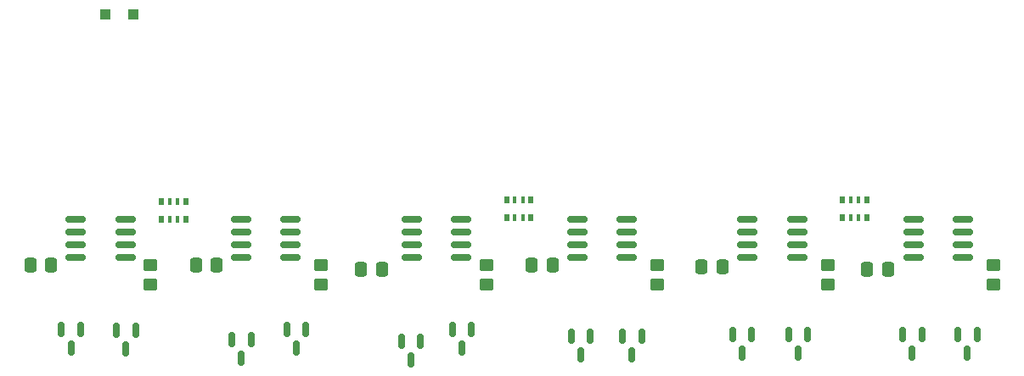
<source format=gbp>
%TF.GenerationSoftware,KiCad,Pcbnew,7.0.1*%
%TF.CreationDate,2023-11-21T14:19:22-06:00*%
%TF.ProjectId,Pico Hub V1,5069636f-2048-4756-9220-56312e6b6963,rev?*%
%TF.SameCoordinates,Original*%
%TF.FileFunction,Paste,Bot*%
%TF.FilePolarity,Positive*%
%FSLAX46Y46*%
G04 Gerber Fmt 4.6, Leading zero omitted, Abs format (unit mm)*
G04 Created by KiCad (PCBNEW 7.0.1) date 2023-11-21 14:19:22*
%MOMM*%
%LPD*%
G01*
G04 APERTURE LIST*
G04 Aperture macros list*
%AMRoundRect*
0 Rectangle with rounded corners*
0 $1 Rounding radius*
0 $2 $3 $4 $5 $6 $7 $8 $9 X,Y pos of 4 corners*
0 Add a 4 corners polygon primitive as box body*
4,1,4,$2,$3,$4,$5,$6,$7,$8,$9,$2,$3,0*
0 Add four circle primitives for the rounded corners*
1,1,$1+$1,$2,$3*
1,1,$1+$1,$4,$5*
1,1,$1+$1,$6,$7*
1,1,$1+$1,$8,$9*
0 Add four rect primitives between the rounded corners*
20,1,$1+$1,$2,$3,$4,$5,0*
20,1,$1+$1,$4,$5,$6,$7,0*
20,1,$1+$1,$6,$7,$8,$9,0*
20,1,$1+$1,$8,$9,$2,$3,0*%
G04 Aperture macros list end*
%ADD10R,0.500000X0.800000*%
%ADD11R,0.400000X0.800000*%
%ADD12RoundRect,0.150000X-0.825000X-0.150000X0.825000X-0.150000X0.825000X0.150000X-0.825000X0.150000X0*%
%ADD13RoundRect,0.250000X-0.450000X0.350000X-0.450000X-0.350000X0.450000X-0.350000X0.450000X0.350000X0*%
%ADD14RoundRect,0.150000X-0.150000X0.587500X-0.150000X-0.587500X0.150000X-0.587500X0.150000X0.587500X0*%
%ADD15RoundRect,0.250000X-0.300000X-0.300000X0.300000X-0.300000X0.300000X0.300000X-0.300000X0.300000X0*%
%ADD16RoundRect,0.250000X-0.337500X-0.475000X0.337500X-0.475000X0.337500X0.475000X-0.337500X0.475000X0*%
G04 APERTURE END LIST*
D10*
%TO.C,RN1*%
X77500000Y-97000000D03*
D11*
X78300000Y-97000000D03*
X79100000Y-97000000D03*
D10*
X79900000Y-97000000D03*
X79900000Y-98800000D03*
D11*
X79100000Y-98800000D03*
X78300000Y-98800000D03*
D10*
X77500000Y-98800000D03*
%TD*%
D12*
%TO.C,U5*%
X72975000Y-102810000D03*
X72975000Y-101540000D03*
X72975000Y-100270000D03*
X72975000Y-99000000D03*
X68025000Y-99000000D03*
X68025000Y-100270000D03*
X68025000Y-101540000D03*
X68025000Y-102810000D03*
%TD*%
D10*
%TO.C,RN2*%
X111000000Y-97000000D03*
D11*
X111800000Y-97000000D03*
X112600000Y-97000000D03*
D10*
X113400000Y-97000000D03*
X113400000Y-98800000D03*
D11*
X112600000Y-98800000D03*
X111800000Y-98800000D03*
D10*
X111000000Y-98800000D03*
%TD*%
%TO.C,RN4*%
X43100000Y-99000000D03*
D11*
X43900000Y-99000000D03*
X44700000Y-99000000D03*
D10*
X45500000Y-99000000D03*
X45500000Y-97200000D03*
D11*
X44700000Y-97200000D03*
X43900000Y-97200000D03*
D10*
X43100000Y-97200000D03*
%TD*%
D12*
%TO.C,U7*%
X106450000Y-102810000D03*
X106450000Y-101540000D03*
X106450000Y-100270000D03*
X106450000Y-99000000D03*
X101500000Y-99000000D03*
X101500000Y-100270000D03*
X101500000Y-101540000D03*
X101500000Y-102810000D03*
%TD*%
%TO.C,U6*%
X118050000Y-102810000D03*
X118050000Y-101540000D03*
X118050000Y-100270000D03*
X118050000Y-99000000D03*
X123000000Y-99000000D03*
X123000000Y-100270000D03*
X123000000Y-101540000D03*
X123000000Y-102810000D03*
%TD*%
%TO.C,U4*%
X89500000Y-102810000D03*
X89500000Y-101540000D03*
X89500000Y-100270000D03*
X89500000Y-99000000D03*
X84550000Y-99000000D03*
X84550000Y-100270000D03*
X84550000Y-101540000D03*
X84550000Y-102810000D03*
%TD*%
%TO.C,U3*%
X55950000Y-102810000D03*
X55950000Y-101540000D03*
X55950000Y-100270000D03*
X55950000Y-99000000D03*
X51000000Y-99000000D03*
X51000000Y-100270000D03*
X51000000Y-101540000D03*
X51000000Y-102810000D03*
%TD*%
%TO.C,U2*%
X39475000Y-102770000D03*
X39475000Y-101500000D03*
X39475000Y-100230000D03*
X39475000Y-98960000D03*
X34525000Y-98960000D03*
X34525000Y-100230000D03*
X34525000Y-101500000D03*
X34525000Y-102770000D03*
%TD*%
D13*
%TO.C,R6*%
X109500000Y-103500000D03*
X109500000Y-105500000D03*
%TD*%
%TO.C,R5*%
X126000000Y-103500000D03*
X126000000Y-105500000D03*
%TD*%
%TO.C,R4*%
X75500000Y-103500000D03*
X75500000Y-105500000D03*
%TD*%
%TO.C,R3*%
X92500000Y-103500000D03*
X92500000Y-105500000D03*
%TD*%
%TO.C,R2*%
X59000000Y-105500000D03*
X59000000Y-103500000D03*
%TD*%
%TO.C,R1*%
X42000000Y-105500000D03*
X42000000Y-103500000D03*
%TD*%
D14*
%TO.C,D13*%
X100050000Y-110500000D03*
X101950000Y-110500000D03*
X101000000Y-112375000D03*
%TD*%
%TO.C,D12*%
X105600000Y-110500000D03*
X107500000Y-110500000D03*
X106550000Y-112375000D03*
%TD*%
%TO.C,D11*%
X117950000Y-112375000D03*
X118900000Y-110500000D03*
X117000000Y-110500000D03*
%TD*%
%TO.C,D10*%
X123450000Y-112375000D03*
X124400000Y-110500000D03*
X122500000Y-110500000D03*
%TD*%
%TO.C,D9*%
X67000000Y-111125000D03*
X68900000Y-111125000D03*
X67950000Y-113000000D03*
%TD*%
%TO.C,D8*%
X72100000Y-110000000D03*
X74000000Y-110000000D03*
X73050000Y-111875000D03*
%TD*%
%TO.C,D7*%
X83950000Y-110625000D03*
X85850000Y-110625000D03*
X84900000Y-112500000D03*
%TD*%
%TO.C,D6*%
X89050000Y-110625000D03*
X90950000Y-110625000D03*
X90000000Y-112500000D03*
%TD*%
%TO.C,D5*%
X51050000Y-112875000D03*
X52000000Y-111000000D03*
X50100000Y-111000000D03*
%TD*%
%TO.C,D4*%
X56550000Y-111875000D03*
X57500000Y-110000000D03*
X55600000Y-110000000D03*
%TD*%
D15*
%TO.C,D3*%
X40300000Y-78500000D03*
X37500000Y-78500000D03*
%TD*%
D14*
%TO.C,D2*%
X33100000Y-110000000D03*
X35000000Y-110000000D03*
X34050000Y-111875000D03*
%TD*%
%TO.C,D1*%
X39550000Y-111937500D03*
X40500000Y-110062500D03*
X38600000Y-110062500D03*
%TD*%
D16*
%TO.C,C6*%
X99000000Y-103750000D03*
X96925000Y-103750000D03*
%TD*%
%TO.C,C5*%
X113425000Y-104000000D03*
X115500000Y-104000000D03*
%TD*%
%TO.C,C4*%
X63000000Y-104000000D03*
X65075000Y-104000000D03*
%TD*%
%TO.C,C3*%
X80000000Y-103500000D03*
X82075000Y-103500000D03*
%TD*%
%TO.C,C2*%
X48575000Y-103500000D03*
X46500000Y-103500000D03*
%TD*%
%TO.C,C1*%
X30000000Y-103500000D03*
X32075000Y-103500000D03*
%TD*%
M02*

</source>
